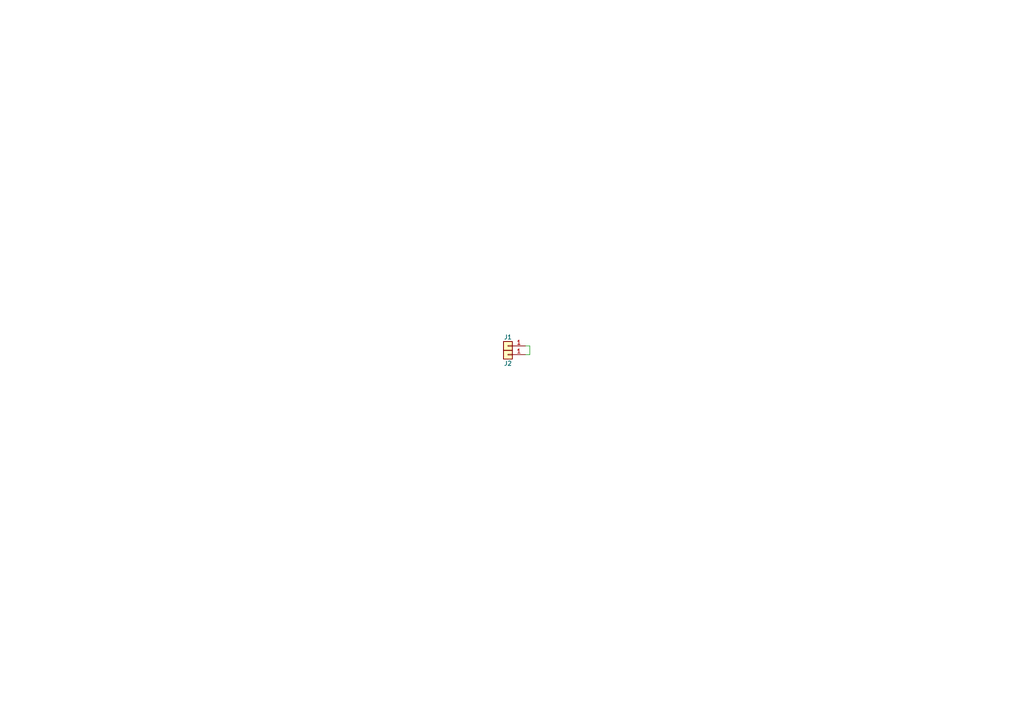
<source format=kicad_sch>
(kicad_sch (version 20230121) (generator eeschema)
  (paper "A4")
  (title_block (title "Reflow Hot-Plate Heatbed 50x50 mm") (date "2023-03-19") (rev "1.0.0") (company "I. Kajdan"))
  (lib_symbols
    (symbol "Connector_Generic:Conn_01x01" (pin_names (offset 1.016) hide)
      (property "Reference" "J" (at 0 2.54 0))
      (property "Value" "Conn_01x01" (at 0 -2.54 0))
      (symbol "Conn_01x01_1_1"
        (rectangle (start -1.27 0.127) (end 0 -0.127) (stroke (width 0.1524)))
        (rectangle (start -1.27 1.27) (end 1.27 -1.27) (stroke (width 0.254)) (fill (type background)))
        (pin passive line (at -5.08 0 0) (length 3.81) (name "Pin_1") (number "1"))
      )
    )
  )
  (wire (pts (xy 153.67 100.33) (xy 153.67 102.87)))
  (wire (pts (xy 152.4 100.33) (xy 153.67 100.33)))
  (wire (pts (xy 152.4 102.87) (xy 153.67 102.87)))
  (symbol (lib_id "Connector_Generic:Conn_01x01") (at 147.32 102.87 180) (unit 1)
    (property "Reference" "J2" (at 147.32 105.41 0))
    (property "Value" "Conn_01x01" (effects hide))
    (property "Footprint" "Connector_Pin:Pin_D1.3mm_L11.0mm" (effects hide))
  )
  (symbol (lib_id "Connector_Generic:Conn_01x01") (at 147.32 100.33 180) (unit 1)
    (property "Reference" "J1" (at 147.32 97.79 0))
    (property "Value" "Conn_01x01" (effects hide))
    (property "Footprint" "Connector_Pin:Pin_D1.3mm_L11.0mm" (effects hide))
  )
)
</source>
